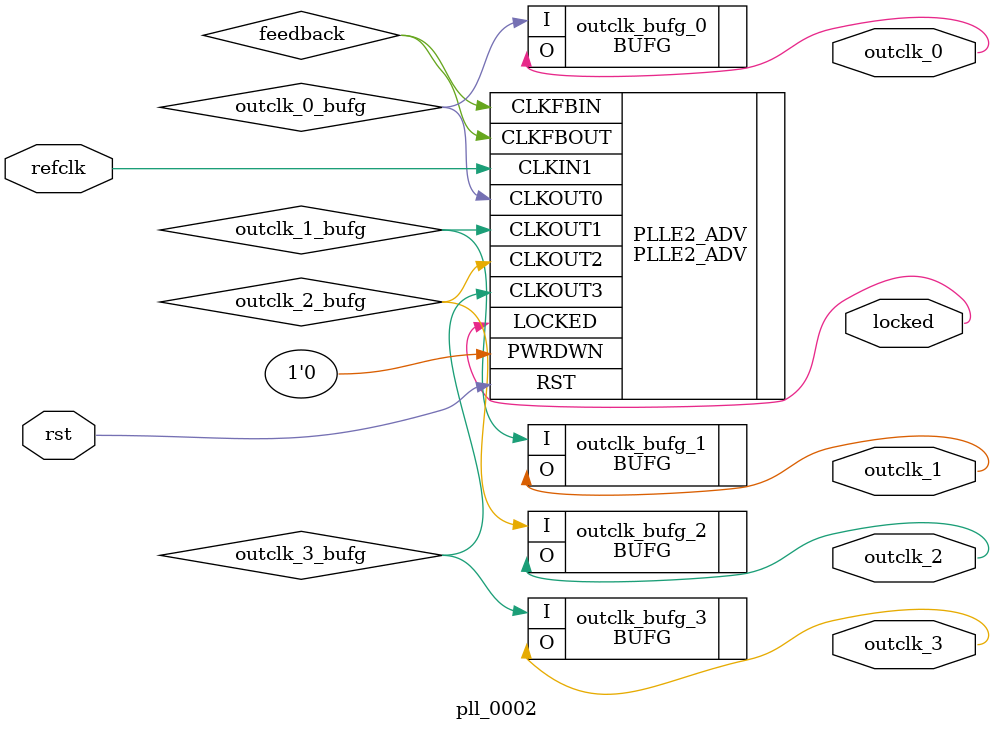
<source format=v>
`timescale 1ns/10ps
module  pll_0002(
	input wire refclk,
	input wire rst,
	output wire outclk_0,
	output wire outclk_1,
	output wire outclk_2,
	output wire outclk_3,
	output wire locked
);

	wire feedback;

	wire outclk_0_bufg;
	wire outclk_1_bufg;
	wire outclk_2_bufg;
	wire outclk_3_bufg;
	
	PLLE2_ADV #(
		.CLKFBOUT_MULT(6'd32),
		.CLKIN1_PERIOD(20.0),
		.CLKOUT0_DIVIDE(7'd32), // 50 MHz = 50 MHz * 32 / 32
		.CLKOUT0_PHASE(1'd0),
		.CLKOUT1_DIVIDE(7'd40), // 40 MHz = 50 MHz * 32 / 40
		.CLKOUT1_PHASE(1'd0),
		.CLKOUT2_DIVIDE(7'd64), // 25 MHz = 50 MHz * 32 / 64
		.CLKOUT2_PHASE(1'd0),
		.CLKOUT3_DIVIDE(7'd16), // 100 MHz = 50 MHz * 32 / 16
		.CLKOUT3_PHASE(1'd0),
		.DIVCLK_DIVIDE(1'd1),
		.REF_JITTER1(0.01),
		.STARTUP_WAIT("FALSE")
	) PLLE2_ADV (
		.CLKFBIN(feedback),
		.CLKIN1(refclk),
		.PWRDWN(1'b0),
		.RST(rst),
		.CLKFBOUT(feedback),
		.CLKOUT0(outclk_0_bufg),
		.CLKOUT1(outclk_1_bufg),
		.CLKOUT2(outclk_2_bufg),
		.CLKOUT3(outclk_3_bufg),
		.LOCKED(locked)
	);

	BUFG outclk_bufg_0 (.I(outclk_0_bufg), .O(outclk_0));
	BUFG outclk_bufg_1 (.I(outclk_1_bufg), .O(outclk_1));
	BUFG outclk_bufg_2 (.I(outclk_2_bufg), .O(outclk_2));
	BUFG outclk_bufg_3 (.I(outclk_3_bufg), .O(outclk_3));
	
endmodule

</source>
